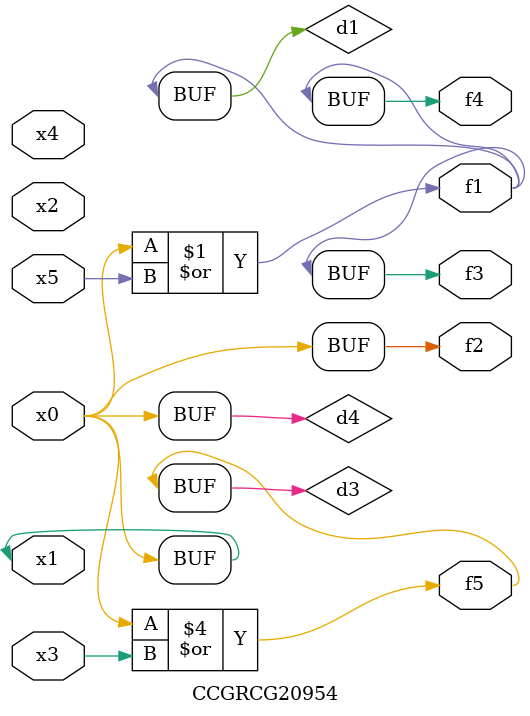
<source format=v>
module CCGRCG20954(
	input x0, x1, x2, x3, x4, x5,
	output f1, f2, f3, f4, f5
);

	wire d1, d2, d3, d4;

	or (d1, x0, x5);
	xnor (d2, x1, x4);
	or (d3, x0, x3);
	buf (d4, x0, x1);
	assign f1 = d1;
	assign f2 = d4;
	assign f3 = d1;
	assign f4 = d1;
	assign f5 = d3;
endmodule

</source>
